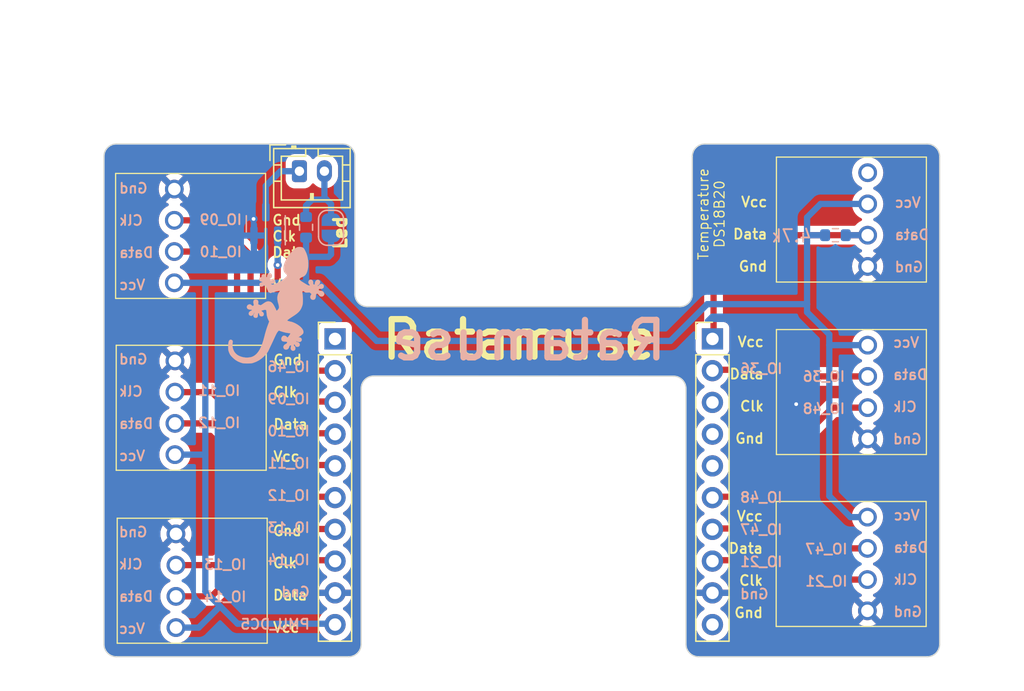
<source format=kicad_pcb>
(kicad_pcb (version 20221018) (generator pcbnew)
  (layers (0 "F.Cu" signal) (31 "B.Cu" signal) (34 "B.Paste" user) (35 "F.Paste" user) (36 "B.SilkS" user "B.Silkscreen") (37 "F.SilkS" user "F.Silkscreen") (38 "B.Mask" user) (39 "F.Mask" user) (44 "Edge.Cuts" user))
  (net 0 "")
  (net 1 "IO_46")
  (net 4 "IO_37")
  (net 5 "IO_36")
  (net 7 "IO_48")
  (net 8 "IO_47")
  (net 9 "IO_21")
  (net 10 "GND")
  (net 11 "IO_09")
  (net 12 "IO_10")
  (net 13 "IO_11")
  (net 14 "IO_12")
  (net 15 "IO_13")
  (net 16 "IO_14")
  (net 17 "PMU_DC_DC5")
  (net 20 "Net-(J9-Pin_1)")
  (net 21 "Net-(J9-Pin_2)")
  (footprint "Empreintes:1989764" (layer "F.Cu") (at 113.68 99.17 -90)
    (fp_text reference "J3" hide)
    (fp_text value "Conn_01x04" hide)
    (fp_line (start -1.25 -7.3) (end 8.75 -7.3) (stroke (width 0.1)) (layer "F.SilkS"))
    (fp_line (start -1.25 4.7) (end -1.25 -7.3) (stroke (width 0.1)) (layer "F.SilkS"))
    (fp_line (start 8.75 -7.3) (end 8.75 4.7) (stroke (width 0.1)) (layer "F.SilkS"))
    (fp_line (start 8.75 4.7) (end -1.25 4.7) (stroke (width 0.1)) (layer "F.SilkS"))
    (pad "1" thru_hole circle (at 0 0 270) (size 1.5 1.5) (drill 1) (layers "*.Cu" "*.Mask") (net 10 "GND"))
    (pad "2" thru_hole circle (at 2.5 0 270) (size 1.5 1.5) (drill 1) (layers "*.Cu" "*.Mask") (net 15 "IO_13"))
    (pad "3" thru_hole circle (at 5 0 270) (size 1.5 1.5) (drill 1) (layers "*.Cu" "*.Mask") (net 16 "IO_14"))
    (pad "4" thru_hole circle (at 7.5 0 270) (size 1.5 1.5) (drill 1) (layers "*.Cu" "*.Mask") (net 17 "PMU_DC_DC5"))
  )
  (footprint "Connector_PinHeader_2.54mm:PinHeader_1x10_P2.54mm_Vertical" (layer "F.Cu") (at 126.41 83.57)
    (fp_text reference "J1" hide)
    (fp_text value "Conn_01x10" hide)
    (fp_line (start -1.33 -1.33) (end 0 -1.33) (stroke (width 0.12)) (layer "F.SilkS"))
    (fp_line (start -1.33 0) (end -1.33 -1.33) (stroke (width 0.12)) (layer "F.SilkS"))
    (fp_line (start -1.33 1.27) (end -1.33 24.19) (stroke (width 0.12)) (layer "F.SilkS"))
    (fp_line (start -1.33 1.27) (end 1.33 1.27) (stroke (width 0.12)) (layer "F.SilkS"))
    (fp_line (start -1.33 24.19) (end 1.33 24.19) (stroke (width 0.12)) (layer "F.SilkS"))
    (fp_line (start 1.33 1.27) (end 1.33 24.19) (stroke (width 0.12)) (layer "F.SilkS"))
    (pad "1" thru_hole rect (at 0 0) (size 1.7 1.7) (drill 1) (layers "*.Cu" "*.Mask"))
    (pad "2" thru_hole oval (at 0 2.54) (size 1.7 1.7) (drill 1) (layers "*.Cu" "*.Mask") (net 1 "IO_46"))
    (pad "3" thru_hole oval (at 0 5.08) (size 1.7 1.7) (drill 1) (layers "*.Cu" "*.Mask") (net 11 "IO_09"))
    (pad "4" thru_hole oval (at 0 7.62) (size 1.7 1.7) (drill 1) (layers "*.Cu" "*.Mask") (net 12 "IO_10"))
    (pad "5" thru_hole oval (at 0 10.16) (size 1.7 1.7) (drill 1) (layers "*.Cu" "*.Mask") (net 13 "IO_11"))
    (pad "6" thru_hole oval (at 0 12.7) (size 1.7 1.7) (drill 1) (layers "*.Cu" "*.Mask") (net 14 "IO_12"))
    (pad "7" thru_hole oval (at 0 15.24) (size 1.7 1.7) (drill 1) (layers "*.Cu" "*.Mask") (net 15 "IO_13"))
    (pad "8" thru_hole oval (at 0 17.78) (size 1.7 1.7) (drill 1) (layers "*.Cu" "*.Mask") (net 16 "IO_14"))
    (pad "9" thru_hole oval (at 0 20.32) (size 1.7 1.7) (drill 1) (layers "*.Cu" "*.Mask") (net 10 "GND"))
    (pad "10" thru_hole oval (at 0 22.86) (size 1.7 1.7) (drill 1) (layers "*.Cu" "*.Mask") (net 17 "PMU_DC_DC5"))
  )
  (footprint "Connector_JST:JST_PH_B2B-PH-K_1x02_P2.00mm_Vertical" (layer "F.Cu") (at 123.56 70.15)
    (fp_text reference "J9" hide)
    (fp_text value "Conn_01x02")
    (fp_line (start -2.36 -2.11) (end -2.36 -0.86) (stroke (width 0.12)) (layer "F.SilkS"))
    (fp_line (start -2.06 -1.81) (end -2.06 2.91) (stroke (width 0.12)) (layer "F.SilkS"))
    (fp_line (start -2.06 -0.5) (end -1.45 -0.5) (stroke (width 0.12)) (layer "F.SilkS"))
    (fp_line (start -2.06 0.8) (end -1.45 0.8) (stroke (width 0.12)) (layer "F.SilkS"))
    (fp_line (start -2.06 2.91) (end 4.06 2.91) (stroke (width 0.12)) (layer "F.SilkS"))
    (fp_line (start -1.45 -1.2) (end -1.45 2.3) (stroke (width 0.12)) (layer "F.SilkS"))
    (fp_line (start -1.45 2.3) (end 3.45 2.3) (stroke (width 0.12)) (layer "F.SilkS"))
    (fp_line (start -1.11 -2.11) (end -2.36 -2.11) (stroke (width 0.12)) (layer "F.SilkS"))
    (fp_line (start -0.6 -2.01) (end -0.6 -1.81) (stroke (width 0.12)) (layer "F.SilkS"))
    (fp_line (start -0.3 -2.01) (end -0.6 -2.01) (stroke (width 0.12)) (layer "F.SilkS"))
    (fp_line (start -0.3 -1.91) (end -0.6 -1.91) (stroke (width 0.12)) (layer "F.SilkS"))
    (fp_line (start -0.3 -1.81) (end -0.3 -2.01) (stroke (width 0.12)) (layer "F.SilkS"))
    (fp_line (start 0.5 -1.81) (end 0.5 -1.2) (stroke (width 0.12)) (layer "F.SilkS"))
    (fp_line (start 0.5 -1.2) (end -1.45 -1.2) (stroke (width 0.12)) (layer "F.SilkS"))
    (fp_line (start 0.9 1.8) (end 1.1 1.8) (stroke (width 0.12)) (layer "F.SilkS"))
    (fp_line (start 0.9 2.3) (end 0.9 1.8) (stroke (width 0.12)) (layer "F.SilkS"))
    (fp_line (start 1 2.3) (end 1 1.8) (stroke (width 0.12)) (layer "F.SilkS"))
    (fp_line (start 1.1 1.8) (end 1.1 2.3) (stroke (width 0.12)) (layer "F.SilkS"))
    (fp_line (start 1.5 -1.2) (end 1.5 -1.81) (stroke (width 0.12)) (layer "F.SilkS"))
    (fp_line (start 3.45 -1.2) (end 1.5 -1.2) (stroke (width 0.12)) (layer "F.SilkS"))
    (fp_line (start 3.45 2.3) (end 3.45 -1.2) (stroke (width 0.12)) (layer "F.SilkS"))
    (fp_line (start 4.06 -1.81) (end -2.06 -1.81) (stroke (width 0.12)) (layer "F.SilkS"))
    (fp_line (start 4.06 -0.5) (end 3.45 -0.5) (stroke (width 0.12)) (layer "F.SilkS"))
    (fp_line (start 4.06 0.8) (end 3.45 0.8) (stroke (width 0.12)) (layer "F.SilkS"))
    (fp_line (start 4.06 2.91) (end 4.06 -1.81) (stroke (width 0.12)) (layer "F.SilkS"))
    (pad "1" thru_hole roundrect (at 0 0) (size 1.2 1.75) (drill 0.75) (layers "*.Cu" "*.Mask") (roundrect_rratio 0.208333) (net 20 "Net-(J9-Pin_1)"))
    (pad "2" thru_hole oval (at 2 0) (size 1.2 1.75) (drill 0.75) (layers "*.Cu" "*.Mask") (net 21 "Net-(J9-Pin_2)"))
  )
  (footprint "Empreintes:1989764" (layer "F.Cu") (at 113.55 71.58 -90)
    (fp_text reference "J8" hide)
    (fp_text value "Conn_01x04" hide)
    (fp_line (start -1.25 -7.3) (end 8.75 -7.3) (stroke (width 0.1)) (layer "F.SilkS"))
    (fp_line (start -1.25 4.7) (end -1.25 -7.3) (stroke (width 0.1)) (layer "F.SilkS"))
    (fp_line (start 8.75 -7.3) (end 8.75 4.7) (stroke (width 0.1)) (layer "F.SilkS"))
    (fp_line (start 8.75 4.7) (end -1.25 4.7) (stroke (width 0.1)) (layer "F.SilkS"))
    (pad "1" thru_hole circle (at 0 0 270) (size 1.5 1.5) (drill 1) (layers "*.Cu" "*.Mask") (net 10 "GND"))
    (pad "2" thru_hole circle (at 2.5 0 270) (size 1.5 1.5) (drill 1) (layers "*.Cu" "*.Mask") (net 11 "IO_09"))
    (pad "3" thru_hole circle (at 5 0 270) (size 1.5 1.5) (drill 1) (layers "*.Cu" "*.Mask") (net 12 "IO_10"))
    (pad "4" thru_hole circle (at 7.5 0 270) (size 1.5 1.5) (drill 1) (layers "*.Cu" "*.Mask") (net 17 "PMU_DC_DC5"))
  )
  (footprint "Connector_PinHeader_2.54mm:PinHeader_1x10_P2.54mm_Vertical" (layer "F.Cu") (at 156.61 83.57)
    (fp_text reference "J2" hide)
    (fp_text value "Conn_01x10")
    (fp_line (start -1.33 -1.33) (end 0 -1.33) (stroke (width 0.12)) (layer "F.SilkS"))
    (fp_line (start -1.33 0) (end -1.33 -1.33) (stroke (width 0.12)) (layer "F.SilkS"))
    (fp_line (start -1.33 1.27) (end -1.33 24.19) (stroke (width 0.12)) (layer "F.SilkS"))
    (fp_line (start -1.33 1.27) (end 1.33 1.27) (stroke (width 0.12)) (layer "F.SilkS"))
    (fp_line (start -1.33 24.19) (end 1.33 24.19) (stroke (width 0.12)) (layer "F.SilkS"))
    (fp_line (start 1.33 1.27) (end 1.33 24.19) (stroke (width 0.12)) (layer "F.SilkS"))
    (pad "1" thru_hole rect (at 0 0) (size 1.7 1.7) (drill 1) (layers "*.Cu" "*.Mask") (net 4 "IO_37"))
    (pad "2" thru_hole oval (at 0 2.54) (size 1.7 1.7) (drill 1) (layers "*.Cu" "*.Mask") (net 5 "IO_36"))
    (pad "3" thru_hole oval (at 0 5.08) (size 1.7 1.7) (drill 1) (layers "*.Cu" "*.Mask"))
    (pad "4" thru_hole oval (at 0 7.62) (size 1.7 1.7) (drill 1) (layers "*.Cu" "*.Mask"))
    (pad "5" thru_hole oval (at 0 10.16) (size 1.7 1.7) (drill 1) (layers "*.Cu" "*.Mask"))
    (pad "6" thru_hole oval (at 0 12.7) (size 1.7 1.7) (drill 1) (layers "*.Cu" "*.Mask") (net 7 "IO_48"))
    (pad "7" thru_hole oval (at 0 15.24) (size 1.7 1.7) (drill 1) (layers "*.Cu" "*.Mask") (net 8 "IO_47"))
    (pad "8" thru_hole oval (at 0 17.78) (size 1.7 1.7) (drill 1) (layers "*.Cu" "*.Mask") (net 9 "IO_21"))
    (pad "9" thru_hole oval (at 0 20.32) (size 1.7 1.7) (drill 1) (layers "*.Cu" "*.Mask") (net 10 "GND"))
    (pad "10" thru_hole oval (at 0 22.86) (size 1.7 1.7) (drill 1) (layers "*.Cu" "*.Mask"))
  )
  (footprint "Empreintes:1989764" (layer "F.Cu") (at 169.03 77.77 90)
    (fp_text reference "J7" hide)
    (fp_text value "Conn_01x03" hide)
    (fp_line (start -1.25 -7.3) (end 8.75 -7.3) (stroke (width 0.1)) (layer "F.SilkS"))
    (fp_line (start -1.25 4.7) (end -1.25 -7.3) (stroke (width 0.1)) (layer "F.SilkS"))
    (fp_line (start 8.75 -7.3) (end 8.75 4.7) (stroke (width 0.1)) (layer "F.SilkS"))
    (fp_line (start 8.75 4.7) (end -1.25 4.7) (stroke (width 0.1)) (layer "F.SilkS"))
    (pad "1" thru_hole circle (at 0 0 90) (size 1.5 1.5) (drill 1) (layers "*.Cu" "*.Mask") (net 10 "GND"))
    (pad "2" thru_hole circle (at 2.5 0 90) (size 1.5 1.5) (drill 1) (layers "*.Cu" "*.Mask") (net 4 "IO_37"))
    (pad "3" thru_hole circle (at 5 0 90) (size 1.5 1.5) (drill 1) (layers "*.Cu" "*.Mask") (net 17 "PMU_DC_DC5"))
    (pad "4" thru_hole circle (at 7.5 0 90) (size 1.5 1.5) (drill 1) (layers "*.Cu" "*.Mask"))
  )
  (footprint "Empreintes:1989764" (layer "F.Cu") (at 113.6 85.33 -90)
    (fp_text reference "J4" hide)
    (fp_text value "Conn_01x04" hide)
    (fp_line (start -1.25 -7.3) (end 8.75 -7.3) (stroke (width 0.1)) (layer "F.SilkS"))
    (fp_line (start -1.25 4.7) (end -1.25 -7.3) (stroke (width 0.1)) (layer "F.SilkS"))
    (fp_line (start 8.75 -7.3) (end 8.75 4.7) (stroke (width 0.1)) (layer "F.SilkS"))
    (fp_line (start 8.75 4.7) (end -1.25 4.7) (stroke (width 0.1)) (layer "F.SilkS"))
    (pad "1" thru_hole circle (at 0 0 270) (size 1.5 1.5) (drill 1) (layers "*.Cu" "*.Mask") (net 10 "GND"))
    (pad "2" thru_hole circle (at 2.5 0 270) (size 1.5 1.5) (drill 1) (layers "*.Cu" "*.Mask") (net 13 "IO_11"))
    (pad "3" thru_hole circle (at 5 0 270) (size 1.5 1.5) (drill 1) (layers "*.Cu" "*.Mask") (net 14 "IO_12"))
    (pad "4" thru_hole circle (at 7.5 0 270) (size 1.5 1.5) (drill 1) (layers "*.Cu" "*.Mask") (net 17 "PMU_DC_DC5"))
  )
  (footprint "Empreintes:1989764" (layer "F.Cu") (at 169.03 91.57 90)
    (fp_text reference "J6" hide)
    (fp_text value "Conn_01x04" hide)
    (fp_line (start -1.25 -7.3) (end 8.75 -7.3) (stroke (width 0.1)) (layer "F.SilkS"))
    (fp_line (start -1.25 4.7) (end -1.25 -7.3) (stroke (width 0.1)) (layer "F.SilkS"))
    (fp_line (start 8.75 -7.3) (end 8.75 4.7) (stroke (width 0.1)) (layer "F.SilkS"))
    (fp_line (start 8.75 4.7) (end -1.25 4.7) (stroke (width 0.1)) (layer "F.SilkS"))
    (pad "1" thru_hole circle (at 0 0 90) (size 1.5 1.5) (drill 1) (layers "*.Cu" "*.Mask") (net 10 "GND"))
    (pad "2" thru_hole circle (at 2.5 0 90) (size 1.5 1.5) (drill 1) (layers "*.Cu" "*.Mask") (net 7 "IO_48"))
    (pad "3" thru_hole circle (at 5 0 90) (size 1.5 1.5) (drill 1) (layers "*.Cu" "*.Mask") (net 5 "IO_36"))
    (pad "4" thru_hole circle (at 7.5 0 90) (size 1.5 1.5) (drill 1) (layers "*.Cu" "*.Mask") (net 17 "PMU_DC_DC5"))
  )
  (footprint "Empreintes:1989764" (layer "F.Cu") (at 169.01 105.33 90)
    (fp_text reference "J5" hide)
    (fp_text value "Conn_01x04" hide)
    (fp_line (start -1.25 -7.3) (end 8.75 -7.3) (stroke (width 0.1)) (layer "F.SilkS"))
    (fp_line (start -1.25 4.7) (end -1.25 -7.3) (stroke (width 0.1)) (layer "F.SilkS"))
    (fp_line (start 8.75 -7.3) (end 8.75 4.7) (stroke (width 0.1)) (layer "F.SilkS"))
    (fp_line (start 8.75 4.7) (end -1.25 4.7) (stroke (width 0.1)) (layer "F.SilkS"))
    (pad "1" thru_hole circle (at 0 0 90) (size 1.5 1.5) (drill 1) (layers "*.Cu" "*.Mask") (net 10 "GND"))
    (pad "2" thru_hole circle (at 2.5 0 90) (size 1.5 1.5) (drill 1) (layers "*.Cu" "*.Mask") (net 9 "IO_21"))
    (pad "3" thru_hole circle (at 5 0 90) (size 1.5 1.5) (drill 1) (layers "*.Cu" "*.Mask") (net 8 "IO_47"))
    (pad "4" thru_hole circle (at 7.5 0 90) (size 1.5 1.5) (drill 1) (layers "*.Cu" "*.Mask") (net 17 "PMU_DC_DC5"))
  )
  (footprint "Resistor_SMD:R_0603_1608Metric" (layer "B.Cu") (at 166.45 75.27)
    (fp_text reference "R1" hide)
    (fp_text value "4.7k" (at -3.51 0.06) (layer "B.SilkS") (effects (justify mirror)))
    (fp_line (start -0.237258 -0.5225) (end 0.237258 -0.5225) (stroke (width 0.12)) (layer "B.SilkS"))
    (fp_line (start -0.237258 0.5225) (end 0.237258 0.5225) (stroke (width 0.12)) (layer "B.SilkS"))
    (pad "1" smd roundrect (at -0.825 0) (size 0.8 0.95) (layers "B.Cu" "B.Paste" "B.Mask") (net 17 "PMU_DC_DC5"))
    (pad "2" smd roundrect (at 0.825 0) (size 0.8 0.95) (layers "B.Cu" "B.Paste" "B.Mask") (net 4 "IO_37"))
  )
  (footprint "Jumper:SolderJumper-2_P1.3mm_Open_RoundedPad1.0x1.5mm" (layer "B.Cu") (at 126.09 74.68 -90)
    (fp_text reference "JP1" hide)
    (fp_text value "SolderJumper_2_Open" hide)
    (fp_line (start -1.4 -0.3) (end -1.4 0.3) (stroke (width 0.12)) (layer "B.SilkS"))
    (fp_line (start -0.7 1) (end 0.7 1) (stroke (width 0.12)) (layer "B.SilkS"))
    (fp_line (start 0.7 -1) (end -0.7 -1) (stroke (width 0.12)) (layer "B.SilkS"))
    (fp_line (start 1.4 0.3) (end 1.4 -0.3) (stroke (width 0.12)) (layer "B.SilkS"))
    (fp_arc (start -1.4 -0.3) (mid -1.194975 -0.794975) (end -0.7 -1) (stroke (width 0.12)) (layer "B.SilkS"))
    (fp_arc (start -0.7 1) (mid -1.194975 0.794975) (end -1.4 0.3) (stroke (width 0.12)) (layer "B.SilkS"))
    (fp_arc (start 0.7 -1) (mid 1.194975 -0.794975) (end 1.4 -0.3) (stroke (width 0.12)) (layer "B.SilkS"))
    (fp_arc (start 1.4 0.3) (mid 1.194975 0.794975) (end 0.7 1) (stroke (width 0.12)) (layer "B.SilkS"))
    (pad "1" smd custom (at -0.65 0 270) (size 1 0.5) (layers "B.Cu" "B.Mask") (net 21 "Net-(J9-Pin_2)") (options (clearance outline) (anchor rect)) (primitives (gr_circle (center 0 -0.25) (end 0.5 -0.25) (width 0) (fill yes)) (gr_circle (center 0 0.25) (end 0.5 0.25) (width 0) (fill yes)) (gr_poly (pts (xy 0.5 -0.75) (xy 0 -0.75) (xy 0 0.75) (xy 0.5 0.75)) (width 0) (fill yes))))
    (pad "2" smd custom (at 0.65 0 270) (size 1 0.5) (layers "B.Cu" "B.Mask") (net 17 "PMU_DC_DC5") (options (clearance outline) (anchor rect)) (primitives (gr_circle (center 0 -0.25) (end 0.5 -0.25) (width 0) (fill yes)) (gr_circle (center 0 0.25) (end 0.5 0.25) (width 0) (fill yes)) (gr_poly (pts (xy 0 -0.75) (xy -0.5 -0.75) (xy -0.5 0.75) (xy 0 0.75)) (width 0) (fill yes))))
  )
  (footprint "Empreintes:Logo Ratamuse petit" (layer "B.Cu") (at 121.7 80.87 90)
    (fp_text reference "G***" hide)
    (fp_text value "LOGO" hide)
    (fp_poly (pts (xy 0.92646 3.851012) (xy 0.975375 3.832231) (xy 0.987492 3.826616) (xy 1.058472 3.784073) (xy 1.106502 3.730504) (xy 1.136346 3.658484) (xy 1.151705 3.570758) (xy 1.167345 3.481455) (xy 1.191309 3.424492) (xy 1.223965 3.399294) (xy 1.258561 3.402319) (xy 1.292456 3.429892) (xy 1.309071 3.482501) (xy 1.309054 3.562421) (xy 1.307769 3.57584) (xy 1.306864 3.63889) (xy 1.322749 3.690264) (xy 1.337045 3.715754) (xy 1.375571 3.767554) (xy 1.418141 3.796553) (xy 1.476004 3.808549) (xy 1.519935 3.81) (xy 1.595565 3.798401) (xy 1.650068 3.761526) (xy 1.687909 3.696257) (xy 1.689711 3.691467) (xy 1.702535 3.613164) (xy 1.682362 3.536303) (xy 1.628822 3.459754) (xy 1.606455 3.436926) (xy 1.552926 3.381196) (xy 1.527514 3.343425) (xy 1.529958 3.323084) (xy 1.548316 3.318934) (xy 1.570805 3.332555) (xy 1.598674 3.366823) (xy 1.609263 3.384109) (xy 1.665758 3.450716) (xy 1.720866 3.485709) (xy 1.810631 3.5166) (xy 1.888322 3.516699) (xy 1.952792 3.486223) (xy 1.998062 3.433656) (xy 2.02699 3.358816) (xy 2.025069 3.285729) (xy 1.995235 3.21849) (xy 1.940422 3.161195) (xy 1.863568 3.117939) (xy 1.767608 3.092819) (xy 1.752372 3.090934) (xy 1.690531 3.083164) (xy 1.656875 3.073167) (xy 1.645841 3.055925) (xy 1.651863 3.026419) (xy 1.659047 3.00677) (xy 1.670194 2.983812) (xy 1.687404 2.970788) (xy 1.719244 2.964904) (xy 1.77428 2.963367) (xy 1.79223 2.963334) (xy 1.881368 2.956534) (xy 1.946379 2.933592) (xy 1.994679 2.890691) (xy 2.023871 2.844146) (xy 2.046389 2.769569) (xy 2.035977 2.699793) (xy 1.993526 2.637877) (xy 1.954658 2.606825) (xy 1.8809 2.577207) (xy 1.800502 2.577197) (xy 1.720594 2.605461) (xy 1.648303 2.660667) (xy 1.644305 2.66487) (xy 1.609404 2.692939) (xy 1.585699 2.693738) (xy 1.57337 2.672025) (xy 1.572598 2.632556) (xy 1.583563 2.580085) (xy 1.606445 2.51937) (xy 1.63664 2.462804) (xy 1.67646 2.397644) (xy 1.724071 2.319187) (xy 1.7699 2.243213) (xy 1.774712 2.2352) (xy 1.840555 2.126879) (xy 1.892918 2.044241) (xy 1.934628 1.98329) (xy 1.968515 1.94003) (xy 1.997406 1.910464) (xy 2.013712 1.897498) (xy 2.055977 1.870982) (xy 2.087413 1.866258) (xy 2.121452 1.884144) (xy 2.148271 1.905696) (xy 2.190947 1.95788) (xy 2.234431 2.042972) (xy 2.252589 2.087729) (xy 2.302417 2.196538) (xy 2.363114 2.284816) (xy 2.439874 2.357019) (xy 2.537891 2.417604) (xy 2.66236 2.471025) (xy 2.724657 2.492688) (xy 2.914117 2.539861) (xy 3.127793 2.564646) (xy 3.364438 2.566986) (xy 3.622803 2.546821) (xy 3.691466 2.538145) (xy 3.92602 2.490424) (xy 4.161181 2.41168) (xy 4.390828 2.30408) (xy 4.456088 2.267456) (xy 4.519904 2.227244) (xy 4.562569 2.190755) (xy 4.594 2.148243) (xy 4.612721 2.113537) (xy 4.635092 2.06333) (xy 4.648421 2.015655) (xy 4.654885 1.958662) (xy 4.656661 1.880505) (xy 4.656666 1.874413) (xy 4.655513 1.797909) (xy 4.650302 1.743045) (xy 4.638404 1.697628) (xy 4.617191 1.64946) (xy 4.601726 1.619504) (xy 4.555867 1.548825) (xy 4.48703 1.46405) (xy 4.400149 1.37027) (xy 4.300152 1.272576) (xy 4.191972 1.176058) (xy 4.097372 1.098826) (xy 3.887221 0.945922) (xy 3.682151 0.818626) (xy 3.484066 0.717727) (xy 3.294865 0.644017) (xy 3.11645 0.598286) (xy 2.950723 0.581324) (xy 2.861733 0.584924) (xy 2.765504 0.600731) (xy 2.683938 0.630344) (xy 2.60751 0.678751) (xy 2.526694 0.750938) (xy 2.507551 0.770329) (xy 2.457724 0.819198) (xy 2.414697 0.856952) (xy 2.385055 0.878) (xy 2.377734 0.880534) (xy 2.344605 0.866645) (xy 2.293979 0.825791) (xy 2.227137 0.75919) (xy 2.14536 0.668059) (xy 2.108374 0.624559) (xy 2.05316 0.556599) (xy 1.998214 0.485243) (xy 1.947627 0.416248) (xy 1.905489 0.355367) (xy 1.875892 0.308357) (xy 1.862924 0.280973) (xy 1.862666 0.27884) (xy 1.856091 0.261319) (xy 1.837929 0.218346) (xy 1.810527 0.155338) (xy 1.776231 0.077713) (xy 1.7526 0.024764) (xy 1.702547 -0.090843) (xy 1.668102 -0.181135) (xy 1.648516 -0.250454) (xy 1.64304 -0.303138) (xy 1.650926 -0.34353) (xy 1.671426 -0.37597) (xy 1.681691 -0.386483) (xy 1.720849 -0.423271) (xy 1.72085 -0.313059) (xy 1.728286 -0.224259) (xy 1.752943 -0.16056) (xy 1.798339 -0.116089) (xy 1.854948 -0.089343) (xy 1.91654 -0.074884) (xy 1.973467 -0.080969) (xy 1.982644 -0.083509) (xy 2.037192 -0.111791) (xy 2.069947 -0.15973) (xy 2.081552 -0.22965) (xy 2.072652 -0.323875) (xy 2.062668 -0.372498) (xy 2.052122 -0.42563) (xy 2.052019 -0.455759) (xy 2.062742 -0.47222) (xy 2.066901 -0.475131) (xy 2.113089 -0.490281) (xy 2.150364 -0.475897) (xy 2.166848 -0.450359) (xy 2.203402 -0.388756) (xy 2.258674 -0.35241) (xy 2.336671 -0.338879) (xy 2.350152 -0.338666) (xy 2.407636 -0.341263) (xy 2.446588 -0.352959) (xy 2.482188 -0.37961) (xy 2.499359 -0.396239) (xy 2.539989 -0.446049) (xy 2.555972 -0.493555) (xy 2.55687 -0.510539) (xy 2.541112 -0.586529) (xy 2.497993 -0.651158) (xy 2.433473 -0.699106) (xy 2.353515 -0.725051) (xy 2.313074 -0.728133) (xy 2.273157 -0.731246) (xy 2.252627 -0.738926) (xy 2.251902 -0.740833) (xy 2.247723 -0.765803) (xy 2.24146 -0.791633) (xy 2.237961 -0.813265) (xy 2.247243 -0.824638) (xy 2.27658 -0.829033) (xy 2.325968 -0.829733) (xy 2.392831 -0.835518) (xy 2.43661 -0.856848) (xy 2.463738 -0.899684) (xy 2.480644 -0.96999) (xy 2.481231 -0.973666) (xy 2.483889 -1.028285) (xy 2.468034 -1.07456) (xy 2.451883 -1.100666) (xy 2.423701 -1.136807) (xy 2.393882 -1.155398) (xy 2.348846 -1.163348) (xy 2.325482 -1.164983) (xy 2.274209 -1.169471) (xy 2.247013 -1.179073) (xy 2.234115 -1.199672) (xy 2.22844 -1.223365) (xy 2.208357 -1.291578) (xy 2.177029 -1.332161) (xy 2.127429 -1.351089) (xy 2.073942 -1.354666) (xy 2.008946 -1.350516) (xy 1.966853 -1.336301) (xy 1.948432 -1.321899) (xy 1.922712 -1.283186) (xy 1.89883 -1.227) (xy 1.882898 -1.169463) (xy 1.879694 -1.140578) (xy 1.865973 -1.118497) (xy 1.852815 -1.110945) (xy 1.821548 -1.101455) (xy 1.815824 -1.108673) (xy 1.821012 -1.118698) (xy 1.827189 -1.155426) (xy 1.817023 -1.206548) (xy 1.794275 -1.259203) (xy 1.769961 -1.293337) (xy 1.736401 -1.321869) (xy 1.696487 -1.334941) (xy 1.645217 -1.337733) (xy 1.567941 -1.32754) (xy 1.515919 -1.297754) (xy 1.490978 -1.249567) (xy 1.489273 -1.236133) (xy 1.487624 -1.156583) (xy 1.497299 -1.098872) (xy 1.520964 -1.052097) (xy 1.540206 -1.027881) (xy 1.59028 -0.97085) (xy 1.553851 -0.896058) (xy 1.532832 -0.854307) (xy 1.51368 -0.825845) (xy 1.488693 -0.804835) (xy 1.450168 -0.785438) (xy 1.390402 -0.761816) (xy 1.363133 -0.751505) (xy 1.237982 -0.700638) (xy 1.142308 -0.653099) (xy 1.072208 -0.606495) (xy 1.023777 -0.558435) (xy 1.006246 -0.532731) (xy 0.96457 -0.461617) (xy 1.024564 -0.285842) (xy 1.047079 -0.213478) (xy 1.070408 -0.127626) (xy 1.093109 -0.035034) (xy 1.11374 0.057546) (xy 1.13086 0.143365) (xy 1.143027 0.215671) (xy 1.1488 0.267715) (xy 1.147687 0.290739) (xy 1.132549 0.290619) (xy 1.098855 0.272892) (xy 1.058334 0.244657) (xy 0.927261 0.165699) (xy 0.778812 0.114914) (xy 0.614902 0.092637) (xy 0.437444 0.099205) (xy 0.328284 0.116519) (xy 0.25854 0.131324) (xy 0.200839 0.145028) (xy 0.163704 0.15554) (xy 0.155583 0.1589) (xy 0.131684 0.16729) (xy 0.083144 0.180204) (xy 0.018516 0.195444) (xy -0.015386 0.20287) (xy -0.089834 0.218023) (xy -0.141291 0.22553) (xy -0.17969 0.22568) (xy -0.214964 0.218763) (xy -0.244082 0.209542) (xy -0.291274 0.186126) (xy -0.342774 0.149623) (xy -0.390292 0.107439) (xy -0.425537 0.066978) (xy -0.440221 0.035645) (xy -0.440267 0.034303) (xy -0.425888 0.018407) (xy -0.3937 0.004718) (xy -0.361616 -0.007775) (xy -0.306715 -0.03265) (xy -0.236158 -0.066534) (xy -0.157106 -0.106054) (xy -0.140799 -0.114393) (xy 0.001475 -0.192989) (xy 0.113031 -0.268169) (xy 0.196378 -0.343078) (xy 0.254024 -0.420863) (xy 0.288476 -0.504669) (xy 0.302242 -0.597642) (xy 0.301005 -0.668597) (xy 0.29501 -0.717501) (xy 0.282535 -0.765306) (xy 0.260938 -0.81719) (xy 0.227574 -0.878332) (xy 0.179802 -0.953911) (xy 0.114978 -1.049105) (xy 0.084833 -1.0922) (xy 0.046462 -1.150434) (xy 0.017227 -1.201746) (xy 0.001924 -1.237456) (xy 0.000752 -1.244272) (xy 0.00663 -1.278075) (xy 0.022554 -1.32933) (xy 0.037202 -1.36757) (xy 0.061512 -1.41973) (xy 0.081013 -1.444115) (xy 0.099729 -1.445646) (xy 0.100702 -1.445218) (xy 0.157084 -1.430324) (xy 0.228525 -1.425736) (xy 0.299348 -1.431313) (xy 0.353875 -1.446917) (xy 0.354965 -1.447471) (xy 0.406762 -1.49073) (xy 0.44002 -1.551708) (xy 0.454335 -1.621732) (xy 0.449303 -1.692132) (xy 0.424523 -1.754237) (xy 0.37959 -1.799375) (xy 0.371538 -1.803914) (xy 0.30122 -1.824274) (xy 0.210045 -1.825954) (xy 0.105418 -1.808931) (xy 0.088919 -1.804736) (xy 0.037209 -1.791897) (xy 0.00691 -1.789795) (xy -0.013226 -1.800209) (xy -0.033848 -1.824154) (xy -0.05747 -1.859022) (xy -0.067721 -1.883739) (xy -0.067734 -1.884223) (xy -0.057032 -1.904969) (xy -0.029324 -1.941197) (xy 0 -1.974694) (xy 0.040315 -2.022724) (xy 0.060764 -2.062133) (xy 0.067439 -2.10605) (xy 0.06767 -2.120521) (xy 0.053365 -2.205384) (xy 0.014093 -2.275001) (xy -0.044925 -2.324442) (xy -0.118469 -2.348776) (xy -0.173754 -2.348514) (xy -0.246324 -2.3257) (xy -0.300161 -2.278262) (xy -0.336227 -2.204613) (xy -0.355482 -2.103164) (xy -0.35909 -2.042125) (xy -0.363017 -1.985595) (xy -0.372706 -1.954887) (xy -0.390708 -1.942109) (xy -0.391484 -1.941899) (xy -0.416435 -1.945897) (xy -0.431073 -1.977987) (xy -0.431744 -1.980944) (xy -0.456902 -2.041854) (xy -0.501601 -2.105771) (xy -0.555851 -2.15913) (xy -0.571155 -2.170176) (xy -0.620617 -2.19126) (xy -0.67817 -2.201124) (xy -0.68324 -2.201221) (xy -0.748269 -2.186045) (xy -0.802292 -2.145719) (xy -0.840431 -2.088403) (xy -0.857809 -2.022253) (xy -0.849546 -1.955428) (xy -0.841433 -1.93665) (xy -0.810845 -1.889157) (xy -0.768792 -1.849008) (xy -0.706364 -1.808271) (xy -0.681567 -1.79433) (xy -0.639643 -1.768716) (xy -0.613701 -1.747852) (xy -0.609601 -1.741015) (xy -0.612447 -1.730152) (xy -0.625047 -1.730961) (xy -0.653494 -1.745792) (xy -0.703879 -1.776997) (xy -0.705461 -1.778) (xy -0.772986 -1.814323) (xy -0.830026 -1.826923) (xy -0.888646 -1.817343) (xy -0.920494 -1.805482) (xy -0.974915 -1.765591) (xy -1.006148 -1.702028) (xy -1.013366 -1.616555) (xy -1.012855 -1.608459) (xy -1.001794 -1.551867) (xy -0.975099 -1.511384) (xy -0.928073 -1.484031) (xy -0.856016 -1.466825) (xy -0.776167 -1.458288) (xy -0.706667 -1.452294) (xy -0.664434 -1.445636) (xy -0.642897 -1.436276) (xy -0.635484 -1.422181) (xy -0.635001 -1.414567) (xy -0.638642 -1.395976) (xy -0.653732 -1.381787) (xy -0.686517 -1.369145) (xy -0.743243 -1.355194) (xy -0.783692 -1.346595) (xy -0.828993 -1.322044) (xy -0.867893 -1.275016) (xy -0.892612 -1.216872) (xy -0.897404 -1.180556) (xy -0.884057 -1.097785) (xy -0.846365 -1.036396) (xy -0.788221 -0.99941) (xy -0.713521 -0.98985) (xy -0.662739 -0.998437) (xy -0.620869 -1.014101) (xy -0.583097 -1.040254) (xy -0.542873 -1.082881) (xy -0.493645 -1.147962) (xy -0.483762 -1.1619) (xy -0.451056 -1.208315) (xy -0.411795 -1.091926) (xy -0.385222 -0.995143) (xy -0.37391 -0.910877) (xy -0.378249 -0.845209) (xy -0.393701 -0.80958) (xy -0.412218 -0.796935) (xy -0.448226 -0.787283) (xy -0.506809 -0.779771) (xy -0.593055 -0.773546) (xy -0.616195 -0.772268) (xy -0.836018 -0.745047) (xy -1.041922 -0.687696) (xy -1.217088 -0.609018) (xy -1.30811 -0.559759) (xy -1.598088 -0.66754) (xy -1.760235 -0.725974) (xy -1.919086 -0.779128) (xy -2.082957 -0.829517) (xy -2.260164 -0.879652) (xy -2.459022 -0.932046) (xy -2.548467 -0.954695) (xy -2.847834 -1.03693) (xy -3.11467 -1.125507) (xy -3.349797 -1.220883) (xy -3.554037 -1.323514) (xy -3.728211 -1.433857) (xy -3.873139 -1.552367) (xy -3.989644 -1.679503) (xy -4.070359 -1.800753) (xy -4.120835 -1.904781) (xy -4.156617 -2.013497) (xy -4.180171 -2.13645) (xy -4.193667 -2.278355) (xy -4.192259 -2.454382) (xy -4.168019 -2.631517) (xy -4.123082 -2.803058) (xy -4.059584 -2.962301) (xy -3.979661 -3.102546) (xy -3.898934 -3.203357) (xy -3.794909 -3.298838) (xy -3.682522 -3.373024) (xy -3.552354 -3.431436) (xy -3.456125 -3.462869) (xy -3.382584 -3.482494) (xy -3.316107 -3.49514) (xy -3.248862 -3.501038) (xy -3.173015 -3.500415) (xy -3.080733 -3.4935) (xy -2.964184 -3.480523) (xy -2.94254 -3.477872) (xy -2.890758 -3.474019) (xy -2.856481 -3.481986) (xy -2.824057 -3.506698) (xy -2.811307 -3.519155) (xy -2.769196 -3.580111) (xy -2.758535 -3.642999) (xy -2.777563 -3.703119) (xy -2.824518 -3.755767) (xy -2.89764 -3.796242) (xy -2.917697 -3.803247) (xy -2.969805 -3.814132) (xy -3.047585 -3.823424) (xy -3.142871 -3.830822) (xy -3.247493 -3.836025) (xy -3.353283 -3.838729) (xy -3.452073 -3.838635) (xy -3.535693 -3.835438) (xy -3.595976 -3.828839) (xy -3.598334 -3.828395) (xy -3.679304 -3.806817) (xy -3.775029 -3.772629) (xy -3.871703 -3.731422) (xy -3.955522 -3.68879) (xy -3.981463 -3.673167) (xy -4.040405 -3.62852) (xy -4.112544 -3.56356) (xy -4.191115 -3.485327) (xy -4.269353 -3.400866) (xy -4.340491 -3.31722) (xy -4.397765 -3.24143) (xy -4.401693 -3.2357) (xy -4.504773 -3.058687) (xy -4.588026 -2.863092) (xy -4.626114 -2.742068) (xy -4.640597 -2.685213) (xy -4.650996 -2.632234) (xy -4.657936 -2.575787) (xy -4.66204 -2.50853) (xy -4.663935 -2.423119) (xy -4.664245 -2.312211) (xy -4.664198 -2.294466) (xy -4.663506 -2.182647) (xy -4.661709 -2.097422) (xy -4.658055 -2.031519) (xy -4.651789 -1.977668) (xy -4.642158 -1.928597) (xy -4.628406 -1.877035) (xy -4.616967 -1.838953) (xy -4.526549 -1.596139) (xy -4.409407 -1.371686) (xy -4.26338 -1.161959) (xy -4.111537 -0.989039) (xy -3.968654 -0.850044) (xy -3.835055 -0.738839) (xy -3.706456 -0.652186) (xy -3.5814 -0.588071) (xy -3.513588 -0.557732) (xy -3.426146 -0.517478) (xy -3.329844 -0.472318) (xy -3.235452 -0.427266) (xy -3.2258 -0.422606) (xy -3.136492 -0.379641) (xy -3.04828 -0.337575) (xy -2.970378 -0.30078) (xy -2.912004 -0.273627) (xy -2.904067 -0.270003) (xy -2.729851 -0.190477) (xy -2.583833 -0.122954) (xy -2.463144 -0.065967) (xy -2.364909 -0.018045) (xy -2.286257 0.022279) (xy -2.224316 0.056474) (xy -2.176214 0.08601) (xy -2.139078 0.112355) (xy -2.112182 0.13499) (xy -2.028838 0.211667) (xy -2.054442 0.2794) (xy -2.092405 0.387197) (xy -2.129812 0.506521) (xy -2.164066 0.627886) (xy -2.192566 0.741808) (xy -2.212715 0.838801) (xy -2.219206 0.880776) (xy -2.231731 0.97835) (xy -2.24125 1.04723) (xy -2.248764 1.092349) (xy -2.255275 1.118642) (xy -2.261783 1.131043) (xy -2.269293 1.134485) (xy -2.270726 1.134534) (xy -2.293258 1.125186) (xy -2.334577 1.100432) (xy -2.387781 1.065207) (xy -2.445966 1.024446) (xy -2.502228 0.983084) (xy -2.549665 0.946056) (xy -2.581372 0.918296) (xy -2.590801 0.905726) (xy -2.578303 0.884315) (xy -2.547367 0.855067) (xy -2.538444 0.848194) (xy -2.481043 0.78538) (xy -2.446992 0.701796) (xy -2.4384 0.625086) (xy -2.44283 0.577187) (xy -2.460582 0.538459) (xy -2.498356 0.494888) (xy -2.502737 0.49048) (xy -2.578195 0.434374) (xy -2.662597 0.40987) (xy -2.759784 0.415893) (xy -2.765019 0.416971) (xy -2.831039 0.442915) (xy -2.876715 0.49019) (xy -2.903814 0.561762) (xy -2.914105 0.660593) (xy -2.914222 0.667138) (xy -2.916711 0.734103) (xy -2.921591 0.792842) (xy -2.927616 0.829734) (xy -2.949451 0.866766) (xy -2.983208 0.877083) (xy -3.023774 0.86324) (xy -3.066036 0.827791) (xy -3.104881 0.773292) (xy -3.12499 0.731099) (xy -3.16401 0.670389) (xy -3.223564 0.617909) (xy -3.291438 0.583084) (xy -3.3274 0.574922) (xy -3.403807 0.581339) (xy -3.474762 0.612606) (xy -3.513999 0.646949) (xy -3.546389 0.709268) (xy -3.557422 0.78608) (xy -3.546772 0.865331) (xy -3.521495 0.9239) (xy -3.480602 0.968842) (xy -3.421501 1.010027) (xy -3.357591 1.039618) (xy -3.306081 1.049867) (xy -3.267044 1.064929) (xy -3.234864 1.102716) (xy -3.218109 1.152128) (xy -3.217334 1.164843) (xy -3.223609 1.193778) (xy -3.246004 1.196223) (xy -3.246967 1.195949) (xy -3.346799 1.170149) (xy -3.423517 1.158889) (xy -3.484625 1.162231) (xy -3.537624 1.180235) (xy -3.569318 1.198536) (xy -3.620385 1.250294) (xy -3.646807 1.316533) (xy -3.648056 1.387959) (xy -3.623606 1.455278) (xy -3.586345 1.498965) (xy -3.53419 1.530351) (xy -3.47042 1.540816) (xy -3.460727 1.540934) (xy -3.403766 1.535059) (xy -3.349037 1.519969) (xy -3.306398 1.499468) (xy -3.285705 1.477359) (xy -3.285067 1.473156) (xy -3.272309 1.453169) (xy -3.243869 1.430054) (xy -3.205302 1.412749) (xy -3.170753 1.420191) (xy -3.167669 1.421793) (xy -3.138573 1.443943) (xy -3.139321 1.465546) (xy -3.171197 1.489316) (xy -3.207776 1.506599) (xy -3.281746 1.551859) (xy -3.325645 1.611975) (xy -3.340478 1.688335) (xy -3.340485 1.690261) (xy -3.326928 1.773428) (xy -3.289412 1.837221) (xy -3.232674 1.878005) (xy -3.16145 1.892145) (xy -3.09279 1.880411) (xy -3.029115 1.84463) (xy -2.980681 1.782807) (xy -2.945458 1.693334) (xy -2.925896 1.633126) (xy -2.908255 1.601172) (xy -2.889115 1.592281) (xy -2.880088 1.594082) (xy -2.876005 1.611656) (xy -2.890219 1.652112) (xy -2.904006 1.679878) (xy -2.939146 1.773804) (xy -2.9464 1.846652) (xy -2.943325 1.903355) (xy -2.929806 1.942605) (xy -2.899409 1.980579) (xy -2.888827 1.99136) (xy -2.84356 2.029667) (xy -2.800436 2.046314) (xy -2.764111 2.048934) (xy -2.689379 2.03384) (xy -2.630116 1.992218) (xy -2.590748 1.929552) (xy -2.575699 1.85133) (xy -2.577413 1.817489) (xy -2.58046 1.779838) (xy -2.576268 1.771981) (xy -2.56661 1.785277) (xy -2.549738 1.810495) (xy -2.517335 1.856295) (xy -2.474106 1.916103) (xy -2.426188 1.981409) (xy -2.363131 2.063273) (xy -2.311516 2.120242) (xy -2.265479 2.156532) (xy -2.219156 2.176358) (xy -2.166686 2.183938) (xy -2.143774 2.184484) (xy -2.048376 2.168663) (xy -1.947479 2.122724) (xy -1.843843 2.049393) (xy -1.740228 1.951399) (xy -1.639393 1.831466) (xy -1.544098 1.692322) (xy -1.457102 1.536694) (xy -1.42872 1.477961) (xy -1.395052 1.401842) (xy -1.365916 1.329421) (xy -1.345234 1.270794) (xy -1.338206 1.24499) (xy -1.322439 1.174456) (xy -1.303366 1.098246) (xy -1.283201 1.024171) (xy -1.264153 0.960039) (xy -1.248435 0.913662) (xy -1.238591 0.893151) (xy -1.220966 0.891936) (xy -1.192223 0.913893) (xy -1.151395 0.960258) (xy -1.097514 1.032265) (xy -1.029613 1.131153) (xy -0.946725 1.258156) (xy -0.919126 1.301399) (xy -0.813485 1.462992) (xy -0.7185 1.597419) (xy -0.630771 1.708326) (xy -0.546894 1.799358) (xy -0.46347 1.874162) (xy -0.377096 1.936381) (xy -0.284371 1.989663) (xy -0.270237 1.996843) (xy -0.180761 2.037803) (xy -0.086024 2.074894) (xy -0.000413 2.102663) (xy 0.028239 2.109982) (xy 0.133042 2.126956) (xy 0.263252 2.137214) (xy 0.411078 2.140718) (xy 0.568726 2.13743) (xy 0.728403 2.127315) (xy 0.855133 2.113931) (xy 0.94591 2.102768) (xy 1.00926 2.096351) (xy 1.051282 2.094648) (xy 1.078078 2.097626) (xy 1.095748 2.105254) (xy 1.105139 2.11261) (xy 1.12448 2.142214) (xy 1.120928 2.180059) (xy 1.093145 2.230966) (xy 1.060159 2.274973) (xy 1.036398 2.305899) (xy 1.021344 2.332771) (xy 1.013267 2.364132) (xy 1.010437 2.408525) (xy 1.011123 2.474492) (xy 1.012085 2.512285) (xy 1.016638 2.683934) (xy 0.889 2.828168) (xy 0.814485 2.777218) (xy 0.732427 2.737437) (xy 0.650415 2.725951) (xy 0.573832 2.739852) (xy 0.508063 2.776232) (xy 0.458492 2.832184) (xy 0.430503 2.904801) (xy 0.428668 2.985559) (xy 0.444459 3.040285) (xy 0.471409 3.087159) (xy 0.475177 3.091445) (xy 0.531567 3.131841) (xy 0.610331 3.162282) (xy 0.700639 3.179461) (xy 0.770632 3.181601) (xy 0.839246 3.183318) (xy 0.882872 3.199187) (xy 0.908972 3.233666) (xy 0.920826 3.27133) (xy 0.923415 3.297026) (xy 0.914179 3.320318) (xy 0.888062 3.348083) (xy 0.840006 3.3872) (xy 0.829907 3.394999) (xy 0.778456 3.436755) (xy 0.737161 3.47424) (xy 0.714152 3.500017) (xy 0.713059 3.50187) (xy 0.700462 3.543426) (xy 0.692581 3.604517) (xy 0.691055 3.670951) (xy 0.691805 3.685935) (xy 0.709257 3.734885) (xy 0.749255 3.784926) (xy 0.802307 3.826161) (xy 0.844544 3.845232) (xy 0.888011 3.854673) (xy 0.92646 3.851012)) (stroke (width 0.01)) (fill solid) (layer "B.SilkS"))
  )
  (footprint "Package_TO_SOT_SMD:SOT-23" (layer "B.Cu") (at 120.87 74.36 90)
    (fp_text reference "Q1" hide)
    (fp_text value "PMBT2222A,215")
    (fp_line (start 0 -1.56) (end -0.65 -1.56) (stroke (width 0.12)) (layer "B.SilkS"))
    (fp_line (start 0 -1.56) (end 0.65 -1.56) (stroke (width 0.12)) (layer "B.SilkS"))
    (fp_line (start 0 1.56) (end -1.675 1.56) (stroke (width 0.12)) (layer "B.SilkS"))
    (fp_line (start 0 1.56) (end 0.65 1.56) (stroke (width 0.12)) (layer "B.SilkS"))
    (pad "1" smd roundrect (at -0.9375 0.95 90) (size 1.475 0.6) (layers "B.Cu" "B.Paste" "B.Mask") (net 1 "IO_46"))
    (pad "2" smd roundrect (at -0.9375 -0.95 90) (size 1.475 0.6) (layers "B.Cu" "B.Paste" "B.Mask") (net 10 "GND"))
    (pad "3" smd roundrect (at 0.9375 0 90) (size 1.475 0.6) (layers "B.Cu" "B.Paste" "B.Mask") (net 20 "Net-(J9-Pin_1)"))
  )
  (footprint "Resistor_SMD:R_0603_1608Metric" (layer "B.Cu") (at 124.09 74.64 90)
    (fp_text reference "R2" hide)
    (fp_text value "4.7k" hide)
    (fp_line (start -0.237258 -0.5225) (end 0.237258 -0.5225) (stroke (width 0.12)) (layer "B.SilkS"))
    (fp_line (start -0.237258 0.5225) (end 0.237258 0.5225) (stroke (width 0.12)) (layer "B.SilkS"))
    (pad "1" smd roundrect (at -0.825 0 90) (size 0.8 0.95) (layers "B.Cu" "B.Paste" "B.Mask") (net 17 "PMU_DC_DC5"))
    (pad "2" smd roundrect (at 0.825 0 90) (size 0.8 0.95) (layers "B.Cu" "B.Paste" "B.Mask") (net 21 "Net-(J9-Pin_2)"))
  )
  (gr_line (start 127 67.97) (end 108.92 67.97) (stroke (width 0.1)) (layer "Edge.Cuts"))
  (gr_arc (start 155 68.97) (mid 155.292893 68.262893) (end 156 67.97) (stroke (width 0.1)) (layer "Edge.Cuts"))
  (gr_line (start 129.5 86.54) (end 153.5 86.55) (stroke (width 0.1)) (layer "Edge.Cuts"))
  (gr_line (start 128.5 87.54) (end 128.5 108) (stroke (width 0.1)) (layer "Edge.Cuts"))
  (gr_arc (start 127 67.97) (mid 127.707107 68.262893) (end 128 68.97) (stroke (width 0.1)) (layer "Edge.Cuts"))
  (gr_line (start 107.92 68.97) (end 107.92 108) (stroke (width 0.1)) (layer "Edge.Cuts"))
  (gr_arc (start 174.79 108) (mid 174.497107 108.707107) (end 173.79 109) (stroke (width 0.1)) (layer "Edge.Cuts"))
  (gr_line (start 129 80.99) (end 154 80.99) (stroke (width 0.1)) (layer "Edge.Cuts"))
  (gr_line (start 155 79.99) (end 155 68.97) (stroke (width 0.1)) (layer "Edge.Cuts"))
  (gr_line (start 128 68.97) (end 128 79.99) (stroke (width 0.1)) (layer "Edge.Cuts"))
  (gr_arc (start 173.79 67.97) (mid 174.497107 68.262893) (end 174.79 68.97) (stroke (width 0.1)) (layer "Edge.Cuts"))
  (gr_arc (start 153.5 86.55) (mid 154.200036 86.839964) (end 154.49 87.54) (stroke (width 0.1)) (layer "Edge.Cuts"))
  (gr_arc (start 155.5 109) (mid 154.785822 108.704178) (end 154.49 107.99) (stroke (width 0.1)) (layer "Edge.Cuts"))
  (gr_line (start 127.5 109) (end 108.92 109) (stroke (width 0.1)) (layer "Edge.Cuts"))
  (gr_arc (start 107.92 68.97) (mid 108.212893 68.262893) (end 108.92 67.97) (stroke (width 0.1)) (layer "Edge.Cuts"))
  (gr_line (start 174.79 68.97) (end 174.79 108) (stroke (width 0.1)) (layer "Edge.Cuts"))
  (gr_line (start 154.49 87.54) (end 154.49 107.99) (stroke (width 0.1)) (layer "Edge.Cuts"))
  (gr_line (start 155.5 109) (end 173.79 109) (stroke (width 0.1)) (layer "Edge.Cuts"))
  (gr_line (start 173.79 67.97) (end 156 67.97) (stroke (width 0.1)) (layer "Edge.Cuts"))
  (gr_arc (start 128.5 108) (mid 128.207107 108.707107) (end 127.5 109) (stroke (width 0.1)) (layer "Edge.Cuts"))
  (gr_arc (start 108.92 109) (mid 108.212893 108.707107) (end 107.92 108) (stroke (width 0.1)) (layer "Edge.Cuts"))
  (gr_arc (start 155 79.99) (mid 154.707107 80.697107) (end 154 80.99) (stroke (width 0.1)) (layer "Edge.Cuts"))
  (gr_arc (start 128.5 87.54) (mid 128.792893 86.832893) (end 129.5 86.54) (stroke (width 0.1)) (layer "Edge.Cuts"))
  (gr_arc (start 129 80.99) (mid 128.292893 80.697107) (end 128 79.99) (stroke (width 0.1)) (layer "Edge.Cuts"))
  (gr_text "Gnd\n\nClk\n\nData\n\nVcc" (at 109.04 93.39) (layer "B.SilkS") (effects (font (size 0.8 0.8)) (justify right bottom mirror)))
  (gr_text "Vcc\n\nData\n\nGnd" (at 171.11 78.28) (layer "B.SilkS") (effects (font (size 0.8 0.8)) (justify right bottom mirror)))
  (gr_text "IO_46\n\nIO_09\n\nIO_10\n\nIO_11\n\nIO_12\n\nIO_13\n\nIO_14\n\nGnd\n\nPMU_DC5" (at 124.47 106.87) (layer "B.SilkS") (effects (font (size 0.8 0.8)) (justify left bottom mirror)))
  (gr_text "Vcc\n\nData\n\nClk\n\nGnd" (at 171.02 105.87) (layer "B.SilkS") (effects (font (size 0.8 0.8)) (justify right bottom mirror)))
  (gr_text "\n\nIO_47\n\nIO_21\n\n" (at 163.95 104.72) (layer "B.SilkS") (effects (font (size 0.8 0.8)) (justify right bottom mirror)))
  (gr_text "IO_36\n\n\n\n\n\n\n\nIO_48\n\nIO_47\n\nIO_21\n\nGnd" (at 158.74 104.45) (layer "B.SilkS") (effects (font (size 0.8 0.8)) (justify right bottom mirror)))
  (gr_text "\n\nIO_13\n\nIO_14\n\n" (at 115.85 105.96) (layer "B.SilkS") (effects (font (size 0.8 0.8)) (justify right bottom mirror)))
  (gr_text "Ratamuse" (at 130.65 85.44) (layer "B.SilkS") (effects (font (size 3 3) (thickness 0.5) bold) (justify right bottom mirror)))
  (gr_text "Gnd\n\nClk\n\nData\n\nVcc" (at 109.03 107.22) (layer "B.SilkS") (effects (font (size 0.8 0.8)) (justify right bottom mirror)))
  (gr_text "Gnd\n\nClk\n\nData\n\nVcc" (at 109.05 79.71) (layer "B.SilkS") (effects (font (size 0.8 0.8)) (justify right bottom mirror)))
  (gr_text "\n\nIO_11\n\nIO_12\n\n" (at 115.36 92.04) (layer "B.SilkS") (effects (font (size 0.8 0.8)) (justify right bottom mirror)))
  (gr_text "Vcc\n\nData\n\nClk\n\nGnd" (at 170.98 92.05) (layer "B.SilkS") (effects (font (size 0.8 0.8)) (justify right bottom mirror)))
  (gr_text "\n\nIO_36\n\nIO_48\n\n" (at 163.75 90.91) (layer "B.SilkS") (effects (font (size 0.8 0.8)) (justify right bottom mirror)))
  (gr_text "\n\nIO_09\n\nIO_10\n\n" (at 115.49 78.36) (layer "B.SilkS") (effects (font (size 0.8 0.8)) (justify right bottom mirror)))
  (gr_text "Vcc\n\nData\n\nClk\n\nGnd" (at 160.8 92) (layer "F.SilkS") (effects (font (size 0.8 0.8)) (justify right bottom)))
  (gr_text "Temperature\nDS18B20" (at 157.64 73.58 90) (layer "F.SilkS") (effects (font (size 0.8 0.8) (thickness 0.1)) (justify bottom)))
  (gr_text "Gnd\n\nClk\n\nData\n\nVcc" (at 121.37 107.12) (layer "F.SilkS") (effects (font (size 0.8 0.8)) (justify left bottom)))
  (gr_text "Vcc\n\nData\n\nGnd" (at 161.08 78.23) (layer "F.SilkS") (effects (font (size 0.8 0.8)) (justify right bottom)))
  (gr_text "Vcc\n\nData\n\nClk\n\nGnd" (at 160.73 105.95) (layer "F.SilkS") (effects (font (size 0.8 0.8)) (justify right bottom)))
  (gr_text "Gnd\nClk\nData\n\nVcc" (at 121.31 79.69) (layer "F.SilkS") (effects (font (size 0.8 0.8)) (justify left bottom)))
  (gr_text "Gnd\n\nClk\n\nData\n\nVcc" (at 121.4 93.45) (layer "F.SilkS") (effects (font (size 0.8 0.8)) (justify left bottom)))
  (gr_text "Led" (at 127.42 76.52 90) (layer "F.SilkS") (effects (font (size 1 1) (thickness 0.25) bold) (justify left bottom)))
  (gr_text "Ratamuse" (at 152.41 85.38) (layer "F.SilkS") (effects (font (size 3 3) (thickness 0.5) bold) (justify right bottom)))
  (segment (start 126.41 86.11) (end 123.61 86.11) (width 0.5) (layer "F.Cu") (net 1))
  (segment (start 123.61 86.11) (end 121.820001 84.320001) (width 0.5) (layer "F.Cu") (net 1))
  (segment (start 121.820001 84.320001) (end 121.820001 77.659999) (width 0.5) (layer "F.Cu") (net 1))
  (via (at 121.820001 77.659999) (size 0.65) (drill 0.3) (layers "F.Cu" "B.Cu") (net 1))
  (segment (start 121.82 75.2975) (end 121.82 77.659998) (width 0.5) (layer "B.Cu") (net 1))
  (segment (start 121.82 77.659998) (end 121.820001 77.659999) (width 0.5) (layer "B.Cu") (net 1))
  (segment (start 121.78 75.555) (end 121.77 75.565) (width 0.5) (layer "B.Cu") (net 1))
  (segment (start 159.08 75.27) (end 169.03 75.27) (width 0.5) (layer "F.Cu") (net 4))
  (segment (start 156.7 77.65) (end 159.08 75.27) (width 0.5) (layer "F.Cu") (net 4))
  (segment (start 156.7 83.5) (end 156.7 77.65) (width 0.5) (layer "F.Cu") (net 4))
  (segment (start 167.275 75.27) (end 169.03 75.27) (width 0.5) (layer "B.Cu") (net 4))
  (segment (start 169.03 86.57) (end 159.47 86.57) (width 0.5) (layer "F.Cu") (net 5))
  (segment (start 158.94 86.04) (end 156.7 86.04) (width 0.5) (layer "F.Cu") (net 5))
  (segment (start 159.47 86.57) (end 158.94 86.04) (width 0.5) (layer "F.Cu") (net 5))
  (segment (start 166.21 89.07) (end 169.03 89.07) (width 0.5) (layer "F.Cu") (net 7))
  (segment (start 156.7 96.2) (end 159.08 96.2) (width 0.5) (layer "F.Cu") (net 7))
  (segment (start 159.08 96.2) (end 166.21 89.07) (width 0.5) (layer "F.Cu") (net 7))
  (segment (start 164.71 100.33) (end 163.12 98.74) (width 0.5) (layer "F.Cu") (net 8))
  (segment (start 169.01 100.33) (end 164.71 100.33) (width 0.5) (layer "F.Cu") (net 8))
  (segment (start 163.12 98.74) (end 156.7 98.74) (width 0.5) (layer "F.Cu") (net 8))
  (segment (start 163.35 101.28) (end 156.7 101.28) (width 0.5) (layer "F.Cu") (net 9))
  (segment (start 169.01 102.83) (end 164.9 102.83) (width 0.5) (layer "F.Cu") (net 9))
  (segment (start 164.9 102.83) (end 163.35 101.28) (width 0.5) (layer "F.Cu") (net 9))
  (via (at 163.31 88.79) (size 0.65) (drill 0.3) (layers "F.Cu" "B.Cu") (net 10))
  (via (at 119.89 73.97) (size 0.65) (drill 0.3) (layers "F.Cu" "B.Cu") (net 10))
  (segment (start 119.65 76.88) (end 116.85 74.08) (width 0.5) (layer "F.Cu") (net 11))
  (segment (start 126.5 88.58) (end 122.68 88.58) (width 0.5) (layer "F.Cu") (net 11))
  (segment (start 122.68 88.58) (end 119.65 85.55) (width 0.5) (layer "F.Cu") (net 11))
  (segment (start 116.85 74.08) (end 113.55 74.08) (width 0.5) (layer "F.Cu") (net 11))
  (segment (start 119.65 85.55) (end 119.65 76.88) (width 0.5) (layer "F.Cu") (net 11))
  (segment (start 122.76 91.12) (end 118.57 86.93) (width 0.5) (layer "F.Cu") (net 12))
  (segment (start 118.57 86.93) (end 118.57 77.26) (width 0.5) (layer "F.Cu") (net 12))
  (segment (start 117.89 76.58) (end 113.55 76.58) (width 0.5) (layer "F.Cu") (net 12))
  (segment (start 126.5 91.12) (end 122.76 91.12) (width 0.5) (layer "F.Cu") (net 12))
  (segment (start 118.57 77.26) (end 117.89 76.58) (width 0.5) (layer "F.Cu") (net 12))
  (segment (start 122.38 93.66) (end 116.55 87.83) (width 0.5) (layer "F.Cu") (net 13))
  (segment (start 126.5 93.66) (end 122.38 93.66) (width 0.5) (layer "F.Cu") (net 13))
  (segment (start 116.55 87.83) (end 113.6 87.83) (width 0.5) (layer "F.Cu") (net 13))
  (segment (start 116.84 90.33) (end 113.6 90.33) (width 0.5) (layer "F.Cu") (net 14))
  (segment (start 126.5 96.2) (end 122.71 96.2) (width 0.5) (layer "F.Cu") (net 14))
  (segment (start 122.71 96.2) (end 116.84 90.33) (width 0.5) (layer "F.Cu") (net 14))
  (segment (start 126.5 98.74) (end 126.46 98.78) (width 0.5) (layer "F.Cu") (net 15))
  (segment (start 116.98 101.67) (end 113.68 101.67) (width 0.5) (layer "F.Cu") (net 15))
  (segment (start 126.46 98.78) (end 119.87 98.78) (width 0.5) (layer "F.Cu") (net 15))
  (segment (start 119.87 98.78) (end 116.98 101.67) (width 0.5) (layer "F.Cu") (net 15))
  (segment (start 119.42 101.28) (end 116.53 104.17) (width 0.5) (layer "F.Cu") (net 16))
  (segment (start 126.5 101.28) (end 119.42 101.28) (width 0.5) (layer "F.Cu") (net 16))
  (segment (start 116.53 104.17) (end 113.68 104.17) (width 0.5) (layer "F.Cu") (net 16))
  (segment (start 124.09 79.07) (end 124.1 79.08) (width 0.5) (layer "B.Cu") (net 17))
  (segment (start 165.96 84.07) (end 165.96 96.14) (width 0.5) (layer "B.Cu") (net 17))
  (segment (start 169.03 72.77) (end 165.26 72.77) (width 0.5) (layer "B.Cu") (net 17))
  (segment (start 164.18 80.79) (end 164.18 81.43) (width 0.5) (layer "B.Cu") (net 17))
  (segment (start 169.03 84.07) (end 165.96 84.07) (width 0.5) (layer "B.Cu") (net 17))
  (segment (start 116.03 92.84) (end 116.03 79.1) (width 0.5) (layer "B.Cu") (net 17))
  (segment (start 125.09 79.08) (end 124.1 79.08) (width 0.5) (layer "B.Cu") (net 17))
  (segment (start 113.68 106.67) (end 115.5 106.67) (width 0.5) (layer "B.Cu") (net 17))
  (segment (start 117.21 104.96) (end 116.03 103.78) (width 0.5) (layer "B.Cu") (net 17))
  (segment (start 165.96 83.21) (end 165.96 84.07) (width 0.5) (layer "B.Cu") (net 17))
  (segment (start 164.18 81.43) (end 165.96 83.21) (width 0.5) (layer "B.Cu") (net 17))
  (segment (start 124.1 79.08) (end 113.55 79.08) (width 0.5) (layer "B.Cu") (net 17))
  (segment (start 116.03 79.1) (end 116.01 79.08) (width 0.5) (layer "B.Cu") (net 17))
  (segment (start 164.18 75.27) (end 164.18 80.79) (width 0.5) (layer "B.Cu") (net 17))
  (segment (start 113.6 92.83) (end 116.02 92.83) (width 0.5) (layer "B.Cu") (net 17))
  (segment (start 118.61 106.36) (end 117.21 104.96) (width 0.5) (layer "B.Cu") (net 17))
  (segment (start 116.03 97.95) (end 116.02 97.96) (width 0.5) (layer "B.Cu") (net 17))
  (segment (start 167.65 97.83) (end 169.01 97.83) (width 0.5) (layer "B.Cu") (net 17))
  (segment (start 124.09 77) (end 124.09 79.07) (width 0.5) (layer "B.Cu") (net 17))
  (segment (start 116.03 103.78) (end 116.03 92.84) (width 0.5) (layer "B.Cu") (net 17))
  (segment (start 125.89 77) (end 126.09 76.8) (width 0.5) (layer "B.Cu") (net 17))
  (segment (start 115.5 106.67) (end 117.21 104.96) (width 0.5) (layer "B.Cu") (net 17))
  (segment (start 126.09 75.33) (end 126.09 76.8) (width 0.5) (layer "B.Cu") (net 17))
  (segment (start 124.09 75.465) (end 124.09 77) (width 0.5) (layer "B.Cu") (net 17))
  (segment (start 116.02 92.83) (end 116.03 92.84) (width 0.5) (layer "B.Cu") (net 17))
  (segment (start 124.09 77) (end 125.89 77) (width 0.5) (layer "B.Cu") (net 17))
  (segment (start 165.26 72.77) (end 164.18 73.85) (width 0.5) (layer "B.Cu") (net 17))
  (segment (start 165.96 96.14) (end 167.65 97.83) (width 0.5) (layer "B.Cu") (net 17))
  (segment (start 156.19 80.79) (end 153.25 83.73) (width 0.5) (layer "B.Cu") (net 17))
  (segment (start 129.74 83.73) (end 125.09 79.08) (width 0.5) (layer "B.Cu") (net 17))
  (segment (start 165.625 75.27) (end 164.18 75.27) (width 0.5) (layer "B.Cu") (net 17))
  (segment (start 164.18 80.79) (end 156.19 80.79) (width 0.5) (layer "B.Cu") (net 17))
  (segment (start 164.18 73.85) (end 164.18 75.27) (width 0.5) (layer "B.Cu") (net 17))
  (segment (start 153.25 83.73) (end 129.74 83.73) (width 0.5) (layer "B.Cu") (net 17))
  (segment (start 126.5 106.36) (end 118.61 106.36) (width 0.5) (layer "B.Cu") (net 17))
  (segment (start 122.04 70.15) (end 120.87 71.32) (width 0.5) (layer "B.Cu") (net 20))
  (segment (start 120.87 71.32) (end 120.87 73.4225) (width 0.5) (layer "B.Cu") (net 20))
  (segment (start 123.56 70.15) (end 122.04 70.15) (width 0.5) (layer "B.Cu") (net 20))
  (segment (start 126.09 74.03) (end 126.09 72.78) (width 0.5) (layer "B.Cu") (net 21))
  (segment (start 124.09 72.91) (end 124.58 72.42) (width 0.5) (layer "B.Cu") (net 21))
  (segment (start 126.09 72.78) (end 125.73 72.42) (width 0.5) (layer "B.Cu") (net 21))
  (segment (start 125.56 70.15) (end 125.56 72.25) (width 0.5) (layer "B.Cu") (net 21))
  (segment (start 124.09 73.815) (end 124.09 72.91) (width 0.5) (layer "B.Cu") (net 21))
  (segment (start 125.56 72.25) (end 125.73 72.42) (width 0.5) (layer "B.Cu") (net 21))
  (segment (start 124.58 72.42) (end 125.73 72.42) (width 0.5) (layer "B.Cu") (net 21))
  (zone (net 10) (net_name "GND") (layers "F&B.Cu") (connect_pads (clearance 0.5)) (min_thickness 0.25) (fill yes (thermal_gap 0.5) (thermal_bridge_width 0.5))
    (polygon (pts (xy 101.18 58.26) (xy 101.29 111.17) (xy 180.25 110.9) (xy 178.83 58.64)))
  )
  (zone (net 10) (net_name "GND") (layer "B.Cu") (priority 1) (connect_pads (clearance 0.5)) (min_thickness 0.25) (fill yes (thermal_gap 0.5) (thermal_bridge_width 0.5))
    (polygon (pts (xy 99.98 56.89) (xy 99.6 111.39) (xy 181.56 111.77) (xy 179.54 56.45)))
  )
)
</source>
